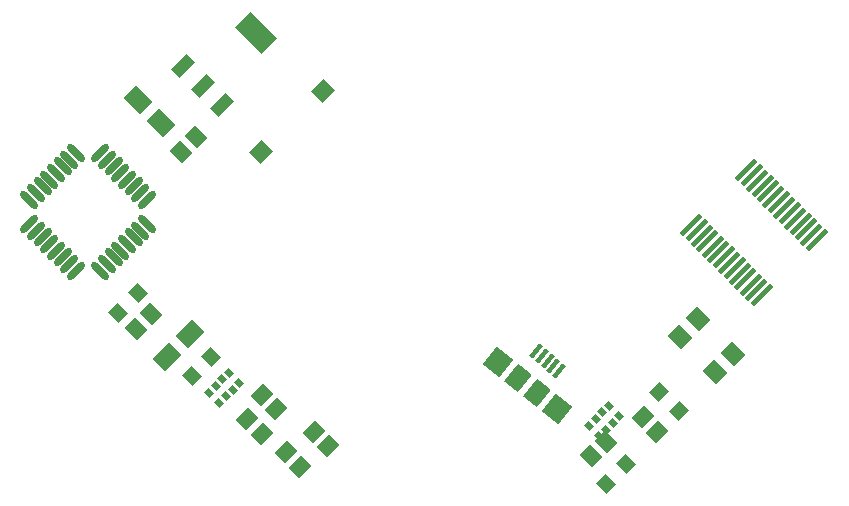
<source format=gtp>
G04*
G04 #@! TF.GenerationSoftware,Altium Limited,Altium Designer,23.4.1 (23)*
G04*
G04 Layer_Color=8421504*
%FSLAX44Y44*%
%MOMM*%
G71*
G04*
G04 #@! TF.SameCoordinates,7EF6362F-2363-4B38-88DE-BB285B2C36F4*
G04*
G04*
G04 #@! TF.FilePolarity,Positive*
G04*
G01*
G75*
G04:AMPARAMS|DCode=17|XSize=0.5mm|YSize=0.6mm|CornerRadius=0mm|HoleSize=0mm|Usage=FLASHONLY|Rotation=45.000|XOffset=0mm|YOffset=0mm|HoleType=Round|Shape=Rectangle|*
%AMROTATEDRECTD17*
4,1,4,0.0354,-0.3889,-0.3889,0.0354,-0.0354,0.3889,0.3889,-0.0354,0.0354,-0.3889,0.0*
%
%ADD17ROTATEDRECTD17*%

G04:AMPARAMS|DCode=18|XSize=0.45mm|YSize=2.4mm|CornerRadius=0mm|HoleSize=0mm|Usage=FLASHONLY|Rotation=135.000|XOffset=0mm|YOffset=0mm|HoleType=Round|Shape=Round|*
%AMOVALD18*
21,1,1.9500,0.4500,0.0000,0.0000,225.0*
1,1,0.4500,0.6894,0.6894*
1,1,0.4500,-0.6894,-0.6894*
%
%ADD18OVALD18*%

G04:AMPARAMS|DCode=19|XSize=1.5mm|YSize=1.3mm|CornerRadius=0mm|HoleSize=0mm|Usage=FLASHONLY|Rotation=135.000|XOffset=0mm|YOffset=0mm|HoleType=Round|Shape=Rectangle|*
%AMROTATEDRECTD19*
4,1,4,0.9900,-0.0707,0.0707,-0.9900,-0.9900,0.0707,-0.0707,0.9900,0.9900,-0.0707,0.0*
%
%ADD19ROTATEDRECTD19*%

G04:AMPARAMS|DCode=20|XSize=0.4mm|YSize=1.35mm|CornerRadius=0mm|HoleSize=0mm|Usage=FLASHONLY|Rotation=321.000|XOffset=0mm|YOffset=0mm|HoleType=Round|Shape=Rectangle|*
%AMROTATEDRECTD20*
4,1,4,-0.5802,-0.3987,0.2694,0.6504,0.5802,0.3987,-0.2694,-0.6504,-0.5802,-0.3987,0.0*
%
%ADD20ROTATEDRECTD20*%

G04:AMPARAMS|DCode=21|XSize=1.8mm|YSize=1.9mm|CornerRadius=0mm|HoleSize=0mm|Usage=FLASHONLY|Rotation=321.000|XOffset=0mm|YOffset=0mm|HoleType=Round|Shape=Rectangle|*
%AMROTATEDRECTD21*
4,1,4,-1.2973,-0.1719,-0.1016,1.3047,1.2973,0.1719,0.1016,-1.3047,-1.2973,-0.1719,0.0*
%
%ADD21ROTATEDRECTD21*%

G04:AMPARAMS|DCode=22|XSize=1.5mm|YSize=1.9mm|CornerRadius=0mm|HoleSize=0mm|Usage=FLASHONLY|Rotation=321.000|XOffset=0mm|YOffset=0mm|HoleType=Round|Shape=Rectangle|*
%AMROTATEDRECTD22*
4,1,4,-1.1807,-0.2663,0.0150,1.2103,1.1807,0.2663,-0.0150,-1.2103,-1.1807,-0.2663,0.0*
%
%ADD22ROTATEDRECTD22*%

G04:AMPARAMS|DCode=23|XSize=1mm|YSize=1.85mm|CornerRadius=0mm|HoleSize=0mm|Usage=FLASHONLY|Rotation=135.000|XOffset=0mm|YOffset=0mm|HoleType=Round|Shape=Rectangle|*
%AMROTATEDRECTD23*
4,1,4,1.0076,0.3005,-0.3005,-1.0076,-1.0076,-0.3005,0.3005,1.0076,1.0076,0.3005,0.0*
%
%ADD23ROTATEDRECTD23*%

G04:AMPARAMS|DCode=24|XSize=3.2mm|YSize=1.85mm|CornerRadius=0mm|HoleSize=0mm|Usage=FLASHONLY|Rotation=135.000|XOffset=0mm|YOffset=0mm|HoleType=Round|Shape=Rectangle|*
%AMROTATEDRECTD24*
4,1,4,1.7854,-0.4773,0.4773,-1.7854,-1.7854,0.4773,-0.4773,1.7854,1.7854,-0.4773,0.0*
%
%ADD24ROTATEDRECTD24*%

G04:AMPARAMS|DCode=25|XSize=1.5mm|YSize=1.95mm|CornerRadius=0mm|HoleSize=0mm|Usage=FLASHONLY|Rotation=135.000|XOffset=0mm|YOffset=0mm|HoleType=Round|Shape=Rectangle|*
%AMROTATEDRECTD25*
4,1,4,1.2198,0.1591,-0.1591,-1.2198,-1.2198,-0.1591,0.1591,1.2198,1.2198,0.1591,0.0*
%
%ADD25ROTATEDRECTD25*%

G04:AMPARAMS|DCode=26|XSize=1.5mm|YSize=1.3mm|CornerRadius=0mm|HoleSize=0mm|Usage=FLASHONLY|Rotation=45.000|XOffset=0mm|YOffset=0mm|HoleType=Round|Shape=Rectangle|*
%AMROTATEDRECTD26*
4,1,4,-0.0707,-0.9900,-0.9900,-0.0707,0.0707,0.9900,0.9900,0.0707,-0.0707,-0.9900,0.0*
%
%ADD26ROTATEDRECTD26*%

G04:AMPARAMS|DCode=27|XSize=1.5mm|YSize=1.95mm|CornerRadius=0mm|HoleSize=0mm|Usage=FLASHONLY|Rotation=45.000|XOffset=0mm|YOffset=0mm|HoleType=Round|Shape=Rectangle|*
%AMROTATEDRECTD27*
4,1,4,0.1591,-1.2198,-1.2198,0.1591,-0.1591,1.2198,1.2198,-0.1591,0.1591,-1.2198,0.0*
%
%ADD27ROTATEDRECTD27*%

G04:AMPARAMS|DCode=28|XSize=0.6mm|YSize=1.95mm|CornerRadius=0mm|HoleSize=0mm|Usage=FLASHONLY|Rotation=45.000|XOffset=0mm|YOffset=0mm|HoleType=Round|Shape=Round|*
%AMOVALD28*
21,1,1.3500,0.6000,0.0000,0.0000,135.0*
1,1,0.6000,0.4773,-0.4773*
1,1,0.6000,-0.4773,0.4773*
%
%ADD28OVALD28*%

G04:AMPARAMS|DCode=29|XSize=0.6mm|YSize=1.95mm|CornerRadius=0mm|HoleSize=0mm|Usage=FLASHONLY|Rotation=135.000|XOffset=0mm|YOffset=0mm|HoleType=Round|Shape=Round|*
%AMOVALD29*
21,1,1.3500,0.6000,0.0000,0.0000,225.0*
1,1,0.6000,0.4773,0.4773*
1,1,0.6000,-0.4773,-0.4773*
%
%ADD29OVALD29*%

G04:AMPARAMS|DCode=30|XSize=1.4mm|YSize=1.5mm|CornerRadius=0mm|HoleSize=0mm|Usage=FLASHONLY|Rotation=135.000|XOffset=0mm|YOffset=0mm|HoleType=Round|Shape=Rectangle|*
%AMROTATEDRECTD30*
4,1,4,1.0253,0.0354,-0.0354,-1.0253,-1.0253,-0.0354,0.0354,1.0253,1.0253,0.0354,0.0*
%
%ADD30ROTATEDRECTD30*%

G04:AMPARAMS|DCode=31|XSize=1.25mm|YSize=1.1mm|CornerRadius=0mm|HoleSize=0mm|Usage=FLASHONLY|Rotation=135.000|XOffset=0mm|YOffset=0mm|HoleType=Round|Shape=Rectangle|*
%AMROTATEDRECTD31*
4,1,4,0.8309,-0.0530,0.0530,-0.8309,-0.8309,0.0530,-0.0530,0.8309,0.8309,-0.0530,0.0*
%
%ADD31ROTATEDRECTD31*%

G04:AMPARAMS|DCode=32|XSize=1.6mm|YSize=1.4mm|CornerRadius=0mm|HoleSize=0mm|Usage=FLASHONLY|Rotation=315.000|XOffset=0mm|YOffset=0mm|HoleType=Round|Shape=Rectangle|*
%AMROTATEDRECTD32*
4,1,4,-1.0607,0.0707,-0.0707,1.0607,1.0607,-0.0707,0.0707,-1.0607,-1.0607,0.0707,0.0*
%
%ADD32ROTATEDRECTD32*%

G04:AMPARAMS|DCode=33|XSize=1.25mm|YSize=1.1mm|CornerRadius=0mm|HoleSize=0mm|Usage=FLASHONLY|Rotation=45.000|XOffset=0mm|YOffset=0mm|HoleType=Round|Shape=Rectangle|*
%AMROTATEDRECTD33*
4,1,4,-0.0530,-0.8309,-0.8309,-0.0530,0.0530,0.8309,0.8309,0.0530,-0.0530,-0.8309,0.0*
%
%ADD33ROTATEDRECTD33*%

D17*
X395714Y4613D02*
D03*
X390057Y-1043D02*
D03*
X384400Y-6701D02*
D03*
X378743Y-12357D02*
D03*
X386914Y13414D02*
D03*
X381256Y7757D02*
D03*
X375600Y2100D02*
D03*
X369943Y-3557D02*
D03*
X73989Y32619D02*
D03*
X68333Y26962D02*
D03*
X62675Y21305D02*
D03*
X57019Y15648D02*
D03*
X65189Y41419D02*
D03*
X59532Y35762D02*
D03*
X53875Y30106D02*
D03*
X48218Y24448D02*
D03*
D18*
X456491Y166641D02*
D03*
X461087Y162044D02*
D03*
X465683Y157448D02*
D03*
X470280Y152852D02*
D03*
X474875Y148256D02*
D03*
X479472Y143659D02*
D03*
X484068Y139064D02*
D03*
X488664Y134467D02*
D03*
X493260Y129871D02*
D03*
X497856Y125275D02*
D03*
X502453Y120678D02*
D03*
X507049Y116083D02*
D03*
X511645Y111486D02*
D03*
X516241Y106890D02*
D03*
X503160Y213310D02*
D03*
X507756Y208713D02*
D03*
X512352Y204117D02*
D03*
X516948Y199521D02*
D03*
X521544Y194925D02*
D03*
X526141Y190329D02*
D03*
X530737Y185732D02*
D03*
X535333Y181136D02*
D03*
X539929Y176540D02*
D03*
X544525Y171944D02*
D03*
X549122Y167348D02*
D03*
X553718Y162752D02*
D03*
X558314Y158155D02*
D03*
X562910Y153559D02*
D03*
D19*
X-13074Y78425D02*
D03*
X-700Y90800D02*
D03*
X24513Y228213D02*
D03*
X36887Y240588D02*
D03*
X372013Y-29387D02*
D03*
X384387Y-17012D02*
D03*
D20*
X345021Y43262D02*
D03*
X339969Y47353D02*
D03*
X334918Y51444D02*
D03*
X329866Y55534D02*
D03*
X324815Y59625D02*
D03*
D21*
X343088Y10367D02*
D03*
X293118Y50833D02*
D03*
D22*
X325929Y24263D02*
D03*
X310200Y37000D02*
D03*
D23*
X26586Y300713D02*
D03*
X42849Y284450D02*
D03*
X59113Y268186D02*
D03*
D24*
X87751Y329351D02*
D03*
D25*
X32408Y74282D02*
D03*
X12963Y54837D02*
D03*
D26*
X92813Y22787D02*
D03*
X105188Y10413D02*
D03*
X80813Y2087D02*
D03*
X93187Y-10287D02*
D03*
X113313Y-25913D02*
D03*
X125687Y-38287D02*
D03*
X137113Y-8613D02*
D03*
X149487Y-20987D02*
D03*
X415413Y3687D02*
D03*
X427787Y-8687D02*
D03*
D27*
X7823Y252477D02*
D03*
X-11623Y271923D02*
D03*
D28*
X-103751Y187853D02*
D03*
X-98094Y193510D02*
D03*
X-92437Y199167D02*
D03*
X-86780Y204824D02*
D03*
X-81124Y210481D02*
D03*
X-75466Y216137D02*
D03*
X-69810Y221794D02*
D03*
X-64153Y227451D02*
D03*
X-4049Y167347D02*
D03*
X-9706Y161690D02*
D03*
X-15362Y156033D02*
D03*
X-21019Y150377D02*
D03*
X-26676Y144719D02*
D03*
X-32333Y139063D02*
D03*
X-37990Y133406D02*
D03*
X-43647Y127749D02*
D03*
D29*
Y227451D02*
D03*
X-37990Y221794D02*
D03*
X-32333Y216137D02*
D03*
X-26676Y210481D02*
D03*
X-21019Y204824D02*
D03*
X-15362Y199167D02*
D03*
X-9706Y193510D02*
D03*
X-4049Y187853D02*
D03*
X-64153Y127749D02*
D03*
X-69810Y133406D02*
D03*
X-75466Y139063D02*
D03*
X-81124Y144719D02*
D03*
X-86780Y150377D02*
D03*
X-92437Y156033D02*
D03*
X-98094Y161690D02*
D03*
X-103751Y167347D02*
D03*
D30*
X92456Y227955D02*
D03*
X144541Y280041D02*
D03*
D31*
X401408Y-36291D02*
D03*
X384792Y-52909D02*
D03*
X-11792Y108808D02*
D03*
X-28408Y92192D02*
D03*
X50308Y55108D02*
D03*
X33692Y38491D02*
D03*
D32*
X462485Y87156D02*
D03*
X492184Y57457D02*
D03*
X476627Y41901D02*
D03*
X446929Y71600D02*
D03*
D33*
X429492Y25309D02*
D03*
X446108Y8692D02*
D03*
M02*

</source>
